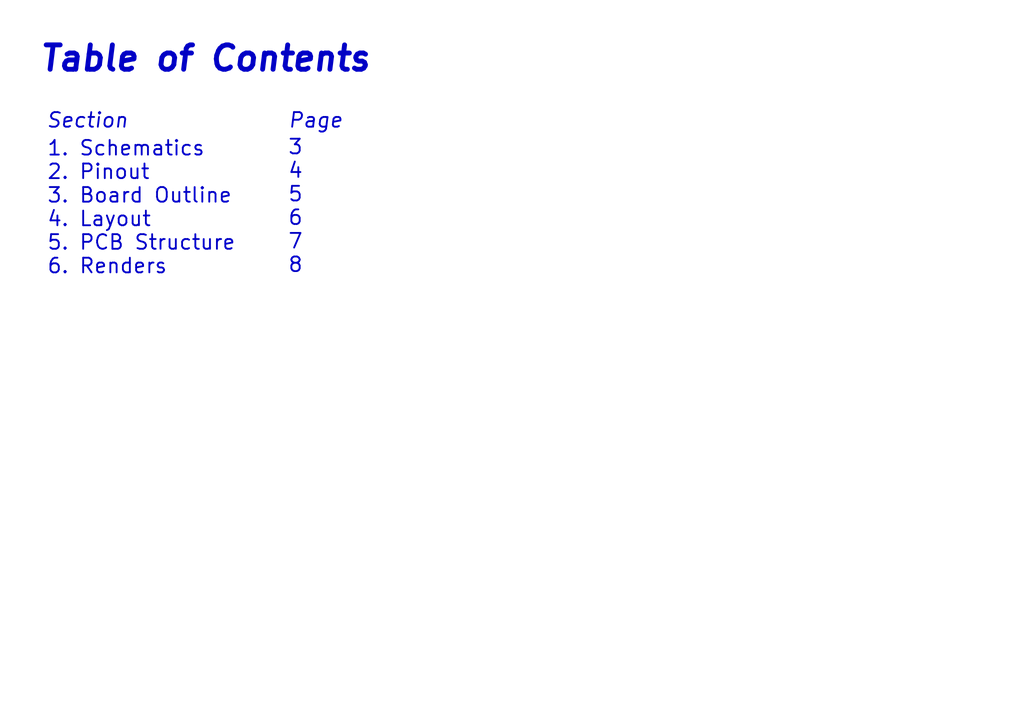
<source format=kicad_sch>
(kicad_sch
	(version 20231120)
	(generator "eeschema")
	(generator_version "8.0")
	(uuid "5e682dc8-07a9-4f8d-95e8-4c1c1a86b66d")
	(paper "A3")
	(title_block
		(title "ESP-PROG Stick")
		(date "2024-10-31")
		(rev "2")
		(company "harexew.com // github.com/harexew")
	)
	(lib_symbols)
	(text "3\n4\n5\n6\n7\n8"
		(exclude_from_sim no)
		(at 117.856 56.896 0)
		(effects
			(font
				(size 6 6)
				(thickness 0.75)
			)
			(justify left top)
		)
		(uuid "032b2ec0-55d9-46b8-aab6-4595276760f1")
	)
	(text "1. Schematics\n2. Pinout\n3. Board Outline\n4. Layout\n5. PCB Structure\n6. Renders"
		(exclude_from_sim no)
		(at 19.05 57.404 0)
		(effects
			(font
				(size 6 6)
				(thickness 0.75)
			)
			(justify left top)
		)
		(uuid "2692aad7-a01b-4129-a5a9-c46c2e8d2252")
	)
	(text "Table of Contents"
		(exclude_from_sim no)
		(at 15.494 18.288 0)
		(effects
			(font
				(size 10 10)
				(thickness 2)
				(bold yes)
				(italic yes)
			)
			(justify left top)
		)
		(uuid "5ee03b5f-11e7-47bd-b417-f83109ad0aa4")
	)
	(text "Section			 Page"
		(exclude_from_sim no)
		(at 18.796 45.974 0)
		(effects
			(font
				(size 6 6)
				(thickness 0.75)
				(italic yes)
			)
			(justify left top)
		)
		(uuid "8dbf7fdc-4f2f-4bc6-9158-832e922c7cdc")
	)
)

</source>
